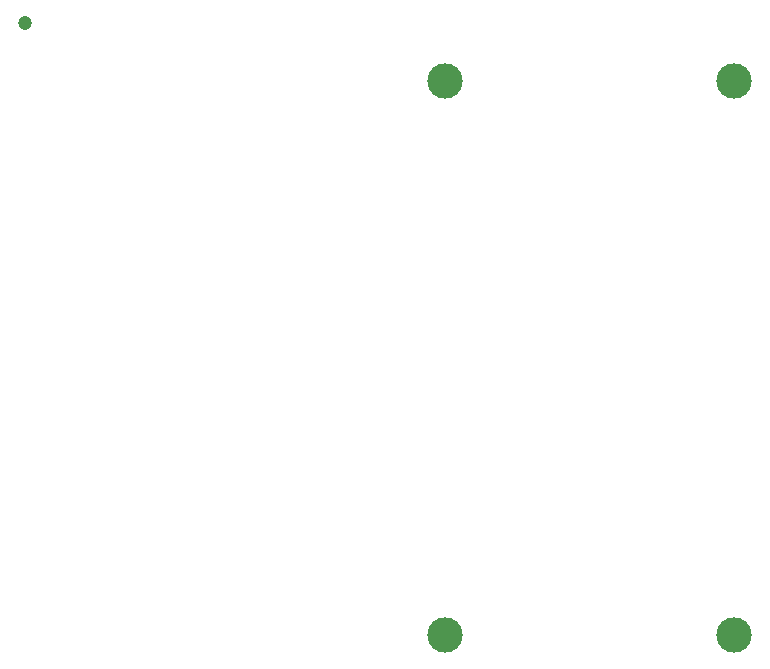
<source format=gbr>
%TF.GenerationSoftware,KiCad,Pcbnew,9.0.4*%
%TF.CreationDate,2025-11-03T20:32:59+05:30*%
%TF.ProjectId,BikeSSv2,42696b65-5353-4763-922e-6b696361645f,rev?*%
%TF.SameCoordinates,Original*%
%TF.FileFunction,NonPlated,1,2,NPTH,Drill*%
%TF.FilePolarity,Positive*%
%FSLAX46Y46*%
G04 Gerber Fmt 4.6, Leading zero omitted, Abs format (unit mm)*
G04 Created by KiCad (PCBNEW 9.0.4) date 2025-11-03 20:32:59*
%MOMM*%
%LPD*%
G01*
G04 APERTURE LIST*
%TA.AperFunction,ComponentDrill*%
%ADD10C,1.200000*%
%TD*%
%TA.AperFunction,ComponentDrill*%
%ADD11C,3.000000*%
%TD*%
G04 APERTURE END LIST*
D10*
%TO.C,J101*%
X67500000Y-93100000D03*
D11*
%TO.C,U101*%
X103000000Y-98000000D03*
X103000000Y-144950000D03*
X127510000Y-98000000D03*
X127510000Y-144950000D03*
M02*

</source>
